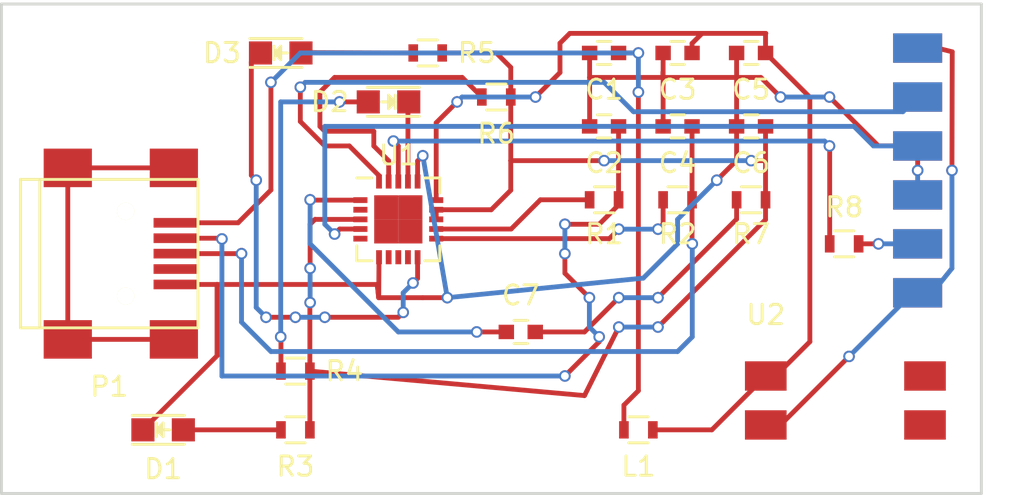
<source format=kicad_pcb>
(kicad_pcb (version 4) (host pcbnew 4.0.0-rc1-stable)

  (general
    (links 48)
    (no_connects 0)
    (area 137.846999 74.23557 191.083858 101.421001)
    (thickness 1.6)
    (drawings 4)
    (tracks 256)
    (zones 0)
    (modules 23)
    (nets 34)
  )

  (page A4)
  (layers
    (0 F.Cu signal)
    (31 B.Cu signal)
    (32 B.Adhes user)
    (33 F.Adhes user)
    (34 B.Paste user)
    (35 F.Paste user)
    (36 B.SilkS user)
    (37 F.SilkS user)
    (38 B.Mask user)
    (39 F.Mask user)
    (40 Dwgs.User user)
    (41 Cmts.User user)
    (42 Eco1.User user)
    (43 Eco2.User user)
    (44 Edge.Cuts user)
    (45 Margin user)
    (46 B.CrtYd user)
    (47 F.CrtYd user)
    (48 B.Fab user)
    (49 F.Fab user)
  )

  (setup
    (last_trace_width 0.25)
    (trace_clearance 0.2)
    (zone_clearance 0.508)
    (zone_45_only no)
    (trace_min 0.2)
    (segment_width 0.2)
    (edge_width 0.15)
    (via_size 0.6)
    (via_drill 0.4)
    (via_min_size 0.4)
    (via_min_drill 0.3)
    (uvia_size 0.3)
    (uvia_drill 0.1)
    (uvias_allowed no)
    (uvia_min_size 0.2)
    (uvia_min_drill 0.1)
    (pcb_text_width 0.3)
    (pcb_text_size 1.5 1.5)
    (mod_edge_width 0.15)
    (mod_text_size 1 1)
    (mod_text_width 0.15)
    (pad_size 1.524 1.524)
    (pad_drill 0.762)
    (pad_to_mask_clearance 0.2)
    (aux_axis_origin 0 0)
    (grid_origin 166.37 90.932)
    (visible_elements 7FFEFF7F)
    (pcbplotparams
      (layerselection 0x00030_80000001)
      (usegerberextensions false)
      (excludeedgelayer true)
      (linewidth 0.100000)
      (plotframeref false)
      (viasonmask false)
      (mode 1)
      (useauxorigin false)
      (hpglpennumber 1)
      (hpglpenspeed 20)
      (hpglpendiameter 15)
      (hpglpenoverlay 2)
      (psnegative false)
      (psa4output false)
      (plotreference true)
      (plotvalue true)
      (plotinvisibletext false)
      (padsonsilk false)
      (subtractmaskfromsilk false)
      (outputformat 1)
      (mirror false)
      (drillshape 1)
      (scaleselection 1)
      (outputdirectory ""))
  )

  (net 0 "")
  (net 1 "Net-(C1-Pad1)")
  (net 2 GND)
  (net 3 "Net-(C2-Pad1)")
  (net 4 +5V)
  (net 5 "Net-(C4-Pad1)")
  (net 6 +3V3)
  (net 7 "Net-(C7-Pad1)")
  (net 8 /PROGRAM)
  (net 9 "Net-(D1-Pad2)")
  (net 10 "Net-(D2-Pad2)")
  (net 11 /~RXLED)
  (net 12 "Net-(D3-Pad2)")
  (net 13 /~TXLED)
  (net 14 /POWER_OUT)
  (net 15 "Net-(J1-Pad3)")
  (net 16 "Net-(J1-Pad7)")
  (net 17 "Net-(J1-Pad9)")
  (net 18 "Net-(J1-Pad11)")
  (net 19 "Net-(J1-Pad2)")
  (net 20 /TX)
  (net 21 /RX)
  (net 22 "Net-(J1-Pad10)")
  (net 23 "Net-(P1-Pad4)")
  (net 24 "Net-(P1-Pad6)")
  (net 25 "Net-(R1-Pad1)")
  (net 26 "Net-(R2-Pad1)")
  (net 27 /~SLEEP)
  (net 28 /TXDEN)
  (net 29 "Net-(U1-Pad2)")
  (net 30 "Net-(U1-Pad5)")
  (net 31 "Net-(U1-Pad7)")
  (net 32 "Net-(U1-Pad8)")
  (net 33 "Net-(U1-Pad9)")

  (net_class Default "This is the default net class."
    (clearance 0.2)
    (trace_width 0.25)
    (via_dia 0.6)
    (via_drill 0.4)
    (uvia_dia 0.3)
    (uvia_drill 0.1)
    (add_net +3V3)
    (add_net +5V)
    (add_net /POWER_OUT)
    (add_net /PROGRAM)
    (add_net /RX)
    (add_net /TX)
    (add_net /TXDEN)
    (add_net /~RXLED)
    (add_net /~SLEEP)
    (add_net /~TXLED)
    (add_net GND)
    (add_net "Net-(C1-Pad1)")
    (add_net "Net-(C2-Pad1)")
    (add_net "Net-(C4-Pad1)")
    (add_net "Net-(C7-Pad1)")
    (add_net "Net-(D1-Pad2)")
    (add_net "Net-(D2-Pad2)")
    (add_net "Net-(D3-Pad2)")
    (add_net "Net-(J1-Pad10)")
    (add_net "Net-(J1-Pad11)")
    (add_net "Net-(J1-Pad2)")
    (add_net "Net-(J1-Pad3)")
    (add_net "Net-(J1-Pad7)")
    (add_net "Net-(J1-Pad9)")
    (add_net "Net-(P1-Pad4)")
    (add_net "Net-(P1-Pad6)")
    (add_net "Net-(R1-Pad1)")
    (add_net "Net-(R2-Pad1)")
    (add_net "Net-(U1-Pad2)")
    (add_net "Net-(U1-Pad5)")
    (add_net "Net-(U1-Pad7)")
    (add_net "Net-(U1-Pad8)")
    (add_net "Net-(U1-Pad9)")
  )

  (module Capacitors_SMD:C_0603 (layer F.Cu) (tedit 5415D631) (tstamp 56351657)
    (at 169.164 78.486 180)
    (descr "Capacitor SMD 0603, reflow soldering, AVX (see smccp.pdf)")
    (tags "capacitor 0603")
    (path /5622A96F)
    (attr smd)
    (fp_text reference C1 (at 0 -1.9 180) (layer F.SilkS)
      (effects (font (size 1 1) (thickness 0.15)))
    )
    (fp_text value 10nF (at 0 1.9 180) (layer F.Fab)
      (effects (font (size 1 1) (thickness 0.15)))
    )
    (fp_line (start -1.45 -0.75) (end 1.45 -0.75) (layer F.CrtYd) (width 0.05))
    (fp_line (start -1.45 0.75) (end 1.45 0.75) (layer F.CrtYd) (width 0.05))
    (fp_line (start -1.45 -0.75) (end -1.45 0.75) (layer F.CrtYd) (width 0.05))
    (fp_line (start 1.45 -0.75) (end 1.45 0.75) (layer F.CrtYd) (width 0.05))
    (fp_line (start -0.35 -0.6) (end 0.35 -0.6) (layer F.SilkS) (width 0.15))
    (fp_line (start 0.35 0.6) (end -0.35 0.6) (layer F.SilkS) (width 0.15))
    (pad 1 smd rect (at -0.75 0 180) (size 0.8 0.75) (layers F.Cu F.Paste F.Mask)
      (net 1 "Net-(C1-Pad1)"))
    (pad 2 smd rect (at 0.75 0 180) (size 0.8 0.75) (layers F.Cu F.Paste F.Mask)
      (net 2 GND))
    (model Capacitors_SMD.3dshapes/C_0603.wrl
      (at (xyz 0 0 0))
      (scale (xyz 1 1 1))
      (rotate (xyz 0 0 0))
    )
  )

  (module Capacitors_SMD:C_0603 (layer F.Cu) (tedit 5415D631) (tstamp 56351663)
    (at 169.164 82.296 180)
    (descr "Capacitor SMD 0603, reflow soldering, AVX (see smccp.pdf)")
    (tags "capacitor 0603")
    (path /5622A900)
    (attr smd)
    (fp_text reference C2 (at 0 -1.9 180) (layer F.SilkS)
      (effects (font (size 1 1) (thickness 0.15)))
    )
    (fp_text value 47pF (at 0 1.9 180) (layer F.Fab)
      (effects (font (size 1 1) (thickness 0.15)))
    )
    (fp_line (start -1.45 -0.75) (end 1.45 -0.75) (layer F.CrtYd) (width 0.05))
    (fp_line (start -1.45 0.75) (end 1.45 0.75) (layer F.CrtYd) (width 0.05))
    (fp_line (start -1.45 -0.75) (end -1.45 0.75) (layer F.CrtYd) (width 0.05))
    (fp_line (start 1.45 -0.75) (end 1.45 0.75) (layer F.CrtYd) (width 0.05))
    (fp_line (start -0.35 -0.6) (end 0.35 -0.6) (layer F.SilkS) (width 0.15))
    (fp_line (start 0.35 0.6) (end -0.35 0.6) (layer F.SilkS) (width 0.15))
    (pad 1 smd rect (at -0.75 0 180) (size 0.8 0.75) (layers F.Cu F.Paste F.Mask)
      (net 3 "Net-(C2-Pad1)"))
    (pad 2 smd rect (at 0.75 0 180) (size 0.8 0.75) (layers F.Cu F.Paste F.Mask)
      (net 2 GND))
    (model Capacitors_SMD.3dshapes/C_0603.wrl
      (at (xyz 0 0 0))
      (scale (xyz 1 1 1))
      (rotate (xyz 0 0 0))
    )
  )

  (module Capacitors_SMD:C_0603 (layer F.Cu) (tedit 5415D631) (tstamp 5635166F)
    (at 172.974 78.486 180)
    (descr "Capacitor SMD 0603, reflow soldering, AVX (see smccp.pdf)")
    (tags "capacitor 0603")
    (path /5622A9AE)
    (attr smd)
    (fp_text reference C3 (at 0 -1.9 180) (layer F.SilkS)
      (effects (font (size 1 1) (thickness 0.15)))
    )
    (fp_text value 4.7uF (at 0 1.9 180) (layer F.Fab)
      (effects (font (size 1 1) (thickness 0.15)))
    )
    (fp_line (start -1.45 -0.75) (end 1.45 -0.75) (layer F.CrtYd) (width 0.05))
    (fp_line (start -1.45 0.75) (end 1.45 0.75) (layer F.CrtYd) (width 0.05))
    (fp_line (start -1.45 -0.75) (end -1.45 0.75) (layer F.CrtYd) (width 0.05))
    (fp_line (start 1.45 -0.75) (end 1.45 0.75) (layer F.CrtYd) (width 0.05))
    (fp_line (start -0.35 -0.6) (end 0.35 -0.6) (layer F.SilkS) (width 0.15))
    (fp_line (start 0.35 0.6) (end -0.35 0.6) (layer F.SilkS) (width 0.15))
    (pad 1 smd rect (at -0.75 0 180) (size 0.8 0.75) (layers F.Cu F.Paste F.Mask)
      (net 4 +5V))
    (pad 2 smd rect (at 0.75 0 180) (size 0.8 0.75) (layers F.Cu F.Paste F.Mask)
      (net 2 GND))
    (model Capacitors_SMD.3dshapes/C_0603.wrl
      (at (xyz 0 0 0))
      (scale (xyz 1 1 1))
      (rotate (xyz 0 0 0))
    )
  )

  (module Capacitors_SMD:C_0603 (layer F.Cu) (tedit 5415D631) (tstamp 5635167B)
    (at 172.974 82.296 180)
    (descr "Capacitor SMD 0603, reflow soldering, AVX (see smccp.pdf)")
    (tags "capacitor 0603")
    (path /5622A8B7)
    (attr smd)
    (fp_text reference C4 (at 0 -1.9 180) (layer F.SilkS)
      (effects (font (size 1 1) (thickness 0.15)))
    )
    (fp_text value 47pF (at 0 1.9 180) (layer F.Fab)
      (effects (font (size 1 1) (thickness 0.15)))
    )
    (fp_line (start -1.45 -0.75) (end 1.45 -0.75) (layer F.CrtYd) (width 0.05))
    (fp_line (start -1.45 0.75) (end 1.45 0.75) (layer F.CrtYd) (width 0.05))
    (fp_line (start -1.45 -0.75) (end -1.45 0.75) (layer F.CrtYd) (width 0.05))
    (fp_line (start 1.45 -0.75) (end 1.45 0.75) (layer F.CrtYd) (width 0.05))
    (fp_line (start -0.35 -0.6) (end 0.35 -0.6) (layer F.SilkS) (width 0.15))
    (fp_line (start 0.35 0.6) (end -0.35 0.6) (layer F.SilkS) (width 0.15))
    (pad 1 smd rect (at -0.75 0 180) (size 0.8 0.75) (layers F.Cu F.Paste F.Mask)
      (net 5 "Net-(C4-Pad1)"))
    (pad 2 smd rect (at 0.75 0 180) (size 0.8 0.75) (layers F.Cu F.Paste F.Mask)
      (net 2 GND))
    (model Capacitors_SMD.3dshapes/C_0603.wrl
      (at (xyz 0 0 0))
      (scale (xyz 1 1 1))
      (rotate (xyz 0 0 0))
    )
  )

  (module Capacitors_SMD:C_0603 (layer F.Cu) (tedit 5415D631) (tstamp 56351687)
    (at 176.784 78.486 180)
    (descr "Capacitor SMD 0603, reflow soldering, AVX (see smccp.pdf)")
    (tags "capacitor 0603")
    (path /5622A923)
    (attr smd)
    (fp_text reference C5 (at 0 -1.9 180) (layer F.SilkS)
      (effects (font (size 1 1) (thickness 0.15)))
    )
    (fp_text value 0.1uF (at 0 1.9 180) (layer F.Fab)
      (effects (font (size 1 1) (thickness 0.15)))
    )
    (fp_line (start -1.45 -0.75) (end 1.45 -0.75) (layer F.CrtYd) (width 0.05))
    (fp_line (start -1.45 0.75) (end 1.45 0.75) (layer F.CrtYd) (width 0.05))
    (fp_line (start -1.45 -0.75) (end -1.45 0.75) (layer F.CrtYd) (width 0.05))
    (fp_line (start 1.45 -0.75) (end 1.45 0.75) (layer F.CrtYd) (width 0.05))
    (fp_line (start -0.35 -0.6) (end 0.35 -0.6) (layer F.SilkS) (width 0.15))
    (fp_line (start 0.35 0.6) (end -0.35 0.6) (layer F.SilkS) (width 0.15))
    (pad 1 smd rect (at -0.75 0 180) (size 0.8 0.75) (layers F.Cu F.Paste F.Mask)
      (net 4 +5V))
    (pad 2 smd rect (at 0.75 0 180) (size 0.8 0.75) (layers F.Cu F.Paste F.Mask)
      (net 2 GND))
    (model Capacitors_SMD.3dshapes/C_0603.wrl
      (at (xyz 0 0 0))
      (scale (xyz 1 1 1))
      (rotate (xyz 0 0 0))
    )
  )

  (module Capacitors_SMD:C_0603 (layer F.Cu) (tedit 5415D631) (tstamp 56351693)
    (at 176.784 82.296 180)
    (descr "Capacitor SMD 0603, reflow soldering, AVX (see smccp.pdf)")
    (tags "capacitor 0603")
    (path /5622A948)
    (attr smd)
    (fp_text reference C6 (at 0 -1.9 180) (layer F.SilkS)
      (effects (font (size 1 1) (thickness 0.15)))
    )
    (fp_text value 0.1uF (at 0 1.9 180) (layer F.Fab)
      (effects (font (size 1 1) (thickness 0.15)))
    )
    (fp_line (start -1.45 -0.75) (end 1.45 -0.75) (layer F.CrtYd) (width 0.05))
    (fp_line (start -1.45 0.75) (end 1.45 0.75) (layer F.CrtYd) (width 0.05))
    (fp_line (start -1.45 -0.75) (end -1.45 0.75) (layer F.CrtYd) (width 0.05))
    (fp_line (start 1.45 -0.75) (end 1.45 0.75) (layer F.CrtYd) (width 0.05))
    (fp_line (start -0.35 -0.6) (end 0.35 -0.6) (layer F.SilkS) (width 0.15))
    (fp_line (start 0.35 0.6) (end -0.35 0.6) (layer F.SilkS) (width 0.15))
    (pad 1 smd rect (at -0.75 0 180) (size 0.8 0.75) (layers F.Cu F.Paste F.Mask)
      (net 6 +3V3))
    (pad 2 smd rect (at 0.75 0 180) (size 0.8 0.75) (layers F.Cu F.Paste F.Mask)
      (net 2 GND))
    (model Capacitors_SMD.3dshapes/C_0603.wrl
      (at (xyz 0 0 0))
      (scale (xyz 1 1 1))
      (rotate (xyz 0 0 0))
    )
  )

  (module Capacitors_SMD:C_0603 (layer F.Cu) (tedit 5415D631) (tstamp 5635169F)
    (at 164.846 92.964)
    (descr "Capacitor SMD 0603, reflow soldering, AVX (see smccp.pdf)")
    (tags "capacitor 0603")
    (path /5622A9EB)
    (attr smd)
    (fp_text reference C7 (at 0 -1.9) (layer F.SilkS)
      (effects (font (size 1 1) (thickness 0.15)))
    )
    (fp_text value 0.1uF (at 0 1.9) (layer F.Fab)
      (effects (font (size 1 1) (thickness 0.15)))
    )
    (fp_line (start -1.45 -0.75) (end 1.45 -0.75) (layer F.CrtYd) (width 0.05))
    (fp_line (start -1.45 0.75) (end 1.45 0.75) (layer F.CrtYd) (width 0.05))
    (fp_line (start -1.45 -0.75) (end -1.45 0.75) (layer F.CrtYd) (width 0.05))
    (fp_line (start 1.45 -0.75) (end 1.45 0.75) (layer F.CrtYd) (width 0.05))
    (fp_line (start -0.35 -0.6) (end 0.35 -0.6) (layer F.SilkS) (width 0.15))
    (fp_line (start 0.35 0.6) (end -0.35 0.6) (layer F.SilkS) (width 0.15))
    (pad 1 smd rect (at -0.75 0) (size 0.8 0.75) (layers F.Cu F.Paste F.Mask)
      (net 7 "Net-(C7-Pad1)"))
    (pad 2 smd rect (at 0.75 0) (size 0.8 0.75) (layers F.Cu F.Paste F.Mask)
      (net 8 /PROGRAM))
    (model Capacitors_SMD.3dshapes/C_0603.wrl
      (at (xyz 0 0 0))
      (scale (xyz 1 1 1))
      (rotate (xyz 0 0 0))
    )
  )

  (module LEDs:LED-0805 (layer F.Cu) (tedit 55BDE1C2) (tstamp 563516B2)
    (at 146.304 98.044)
    (descr "LED 0805 smd package")
    (tags "LED 0805 SMD")
    (path /5622AF98)
    (attr smd)
    (fp_text reference D1 (at 0 2.032) (layer F.SilkS)
      (effects (font (size 1 1) (thickness 0.15)))
    )
    (fp_text value POW (at 0 1.75) (layer F.Fab)
      (effects (font (size 1 1) (thickness 0.15)))
    )
    (fp_line (start -1.6 0.75) (end 1.1 0.75) (layer F.SilkS) (width 0.15))
    (fp_line (start -1.6 -0.75) (end 1.1 -0.75) (layer F.SilkS) (width 0.15))
    (fp_line (start -0.1 0.15) (end -0.1 -0.1) (layer F.SilkS) (width 0.15))
    (fp_line (start -0.1 -0.1) (end -0.25 0.05) (layer F.SilkS) (width 0.15))
    (fp_line (start -0.35 -0.35) (end -0.35 0.35) (layer F.SilkS) (width 0.15))
    (fp_line (start 0 0) (end 0.35 0) (layer F.SilkS) (width 0.15))
    (fp_line (start -0.35 0) (end 0 -0.35) (layer F.SilkS) (width 0.15))
    (fp_line (start 0 -0.35) (end 0 0.35) (layer F.SilkS) (width 0.15))
    (fp_line (start 0 0.35) (end -0.35 0) (layer F.SilkS) (width 0.15))
    (fp_line (start 1.9 -0.95) (end 1.9 0.95) (layer F.CrtYd) (width 0.05))
    (fp_line (start 1.9 0.95) (end -1.9 0.95) (layer F.CrtYd) (width 0.05))
    (fp_line (start -1.9 0.95) (end -1.9 -0.95) (layer F.CrtYd) (width 0.05))
    (fp_line (start -1.9 -0.95) (end 1.9 -0.95) (layer F.CrtYd) (width 0.05))
    (pad 2 smd rect (at 1.04902 0 180) (size 1.19888 1.19888) (layers F.Cu F.Paste F.Mask)
      (net 9 "Net-(D1-Pad2)"))
    (pad 1 smd rect (at -1.04902 0 180) (size 1.19888 1.19888) (layers F.Cu F.Paste F.Mask)
      (net 2 GND))
    (model LEDs.3dshapes/LED-0805.wrl
      (at (xyz 0 0 0))
      (scale (xyz 1 1 1))
      (rotate (xyz 0 0 0))
    )
  )

  (module LEDs:LED-0805 (layer F.Cu) (tedit 55BDE1C2) (tstamp 563516C5)
    (at 157.988 81.026 180)
    (descr "LED 0805 smd package")
    (tags "LED 0805 SMD")
    (path /5622AFEB)
    (attr smd)
    (fp_text reference D2 (at 3.048 0 180) (layer F.SilkS)
      (effects (font (size 1 1) (thickness 0.15)))
    )
    (fp_text value RX (at 0 1.75 180) (layer F.Fab)
      (effects (font (size 1 1) (thickness 0.15)))
    )
    (fp_line (start -1.6 0.75) (end 1.1 0.75) (layer F.SilkS) (width 0.15))
    (fp_line (start -1.6 -0.75) (end 1.1 -0.75) (layer F.SilkS) (width 0.15))
    (fp_line (start -0.1 0.15) (end -0.1 -0.1) (layer F.SilkS) (width 0.15))
    (fp_line (start -0.1 -0.1) (end -0.25 0.05) (layer F.SilkS) (width 0.15))
    (fp_line (start -0.35 -0.35) (end -0.35 0.35) (layer F.SilkS) (width 0.15))
    (fp_line (start 0 0) (end 0.35 0) (layer F.SilkS) (width 0.15))
    (fp_line (start -0.35 0) (end 0 -0.35) (layer F.SilkS) (width 0.15))
    (fp_line (start 0 -0.35) (end 0 0.35) (layer F.SilkS) (width 0.15))
    (fp_line (start 0 0.35) (end -0.35 0) (layer F.SilkS) (width 0.15))
    (fp_line (start 1.9 -0.95) (end 1.9 0.95) (layer F.CrtYd) (width 0.05))
    (fp_line (start 1.9 0.95) (end -1.9 0.95) (layer F.CrtYd) (width 0.05))
    (fp_line (start -1.9 0.95) (end -1.9 -0.95) (layer F.CrtYd) (width 0.05))
    (fp_line (start -1.9 -0.95) (end 1.9 -0.95) (layer F.CrtYd) (width 0.05))
    (pad 2 smd rect (at 1.04902 0) (size 1.19888 1.19888) (layers F.Cu F.Paste F.Mask)
      (net 10 "Net-(D2-Pad2)"))
    (pad 1 smd rect (at -1.04902 0) (size 1.19888 1.19888) (layers F.Cu F.Paste F.Mask)
      (net 11 /~RXLED))
    (model LEDs.3dshapes/LED-0805.wrl
      (at (xyz 0 0 0))
      (scale (xyz 1 1 1))
      (rotate (xyz 0 0 0))
    )
  )

  (module LEDs:LED-0805 (layer F.Cu) (tedit 55BDE1C2) (tstamp 563516D8)
    (at 152.4 78.486)
    (descr "LED 0805 smd package")
    (tags "LED 0805 SMD")
    (path /5622B06E)
    (attr smd)
    (fp_text reference D3 (at -3.048 0) (layer F.SilkS)
      (effects (font (size 1 1) (thickness 0.15)))
    )
    (fp_text value TX (at 0 1.75) (layer F.Fab)
      (effects (font (size 1 1) (thickness 0.15)))
    )
    (fp_line (start -1.6 0.75) (end 1.1 0.75) (layer F.SilkS) (width 0.15))
    (fp_line (start -1.6 -0.75) (end 1.1 -0.75) (layer F.SilkS) (width 0.15))
    (fp_line (start -0.1 0.15) (end -0.1 -0.1) (layer F.SilkS) (width 0.15))
    (fp_line (start -0.1 -0.1) (end -0.25 0.05) (layer F.SilkS) (width 0.15))
    (fp_line (start -0.35 -0.35) (end -0.35 0.35) (layer F.SilkS) (width 0.15))
    (fp_line (start 0 0) (end 0.35 0) (layer F.SilkS) (width 0.15))
    (fp_line (start -0.35 0) (end 0 -0.35) (layer F.SilkS) (width 0.15))
    (fp_line (start 0 -0.35) (end 0 0.35) (layer F.SilkS) (width 0.15))
    (fp_line (start 0 0.35) (end -0.35 0) (layer F.SilkS) (width 0.15))
    (fp_line (start 1.9 -0.95) (end 1.9 0.95) (layer F.CrtYd) (width 0.05))
    (fp_line (start 1.9 0.95) (end -1.9 0.95) (layer F.CrtYd) (width 0.05))
    (fp_line (start -1.9 0.95) (end -1.9 -0.95) (layer F.CrtYd) (width 0.05))
    (fp_line (start -1.9 -0.95) (end 1.9 -0.95) (layer F.CrtYd) (width 0.05))
    (pad 2 smd rect (at 1.04902 0 180) (size 1.19888 1.19888) (layers F.Cu F.Paste F.Mask)
      (net 12 "Net-(D3-Pad2)"))
    (pad 1 smd rect (at -1.04902 0 180) (size 1.19888 1.19888) (layers F.Cu F.Paste F.Mask)
      (net 13 /~TXLED))
    (model LEDs.3dshapes/LED-0805.wrl
      (at (xyz 0 0 0))
      (scale (xyz 1 1 1))
      (rotate (xyz 0 0 0))
    )
  )

  (module open_robotics:modular8_rev3_edge (layer F.Cu) (tedit 560B6D0D) (tstamp 563516E8)
    (at 185.42 83.312 270)
    (path /5629AC49)
    (fp_text reference J1 (at -3.81 -3.81 270) (layer F.SilkS) hide
      (effects (font (size 1 1) (thickness 0.15)))
    )
    (fp_text value modular8_rev3_comms_out (at 1.27 -2.54 270) (layer F.Fab) hide
      (effects (font (size 1 1) (thickness 0.15)))
    )
    (pad 1 smd rect (at -5.08 0 270) (size 1.524 2.54) (layers F.Cu F.Paste F.Mask)
      (net 14 /POWER_OUT))
    (pad 3 smd rect (at -2.54 0 270) (size 1.524 2.54) (layers F.Cu F.Paste F.Mask)
      (net 15 "Net-(J1-Pad3)"))
    (pad 5 smd rect (at 0 0 270) (size 1.524 2.54) (layers F.Cu F.Paste F.Mask)
      (net 2 GND))
    (pad 7 smd rect (at 2.54 0 270) (size 1.524 2.54) (layers F.Cu F.Paste F.Mask)
      (net 16 "Net-(J1-Pad7)"))
    (pad 9 smd rect (at 5.08 0 270) (size 1.524 2.54) (layers F.Cu F.Paste F.Mask)
      (net 17 "Net-(J1-Pad9)"))
    (pad 11 smd rect (at 7.62 0 270) (size 1.524 2.54) (layers F.Cu F.Paste F.Mask)
      (net 18 "Net-(J1-Pad11)"))
    (pad 2 smd rect (at -5.08 0 270) (size 1.524 2.54) (layers B.Cu F.Paste F.Mask)
      (net 19 "Net-(J1-Pad2)"))
    (pad 4 smd rect (at -2.54 0 270) (size 1.524 2.54) (layers B.Cu F.Paste F.Mask)
      (net 20 /TX))
    (pad 6 smd rect (at 0 0 270) (size 1.524 2.54) (layers B.Cu F.Paste F.Mask)
      (net 21 /RX))
    (pad 8 smd rect (at 2.54 0 270) (size 1.524 2.54) (layers B.Cu F.Paste F.Mask)
      (net 2 GND))
    (pad 10 smd rect (at 5.08 0 270) (size 1.524 2.54) (layers B.Cu F.Paste F.Mask)
      (net 22 "Net-(J1-Pad10)"))
    (pad 12 smd rect (at 7.62 0 270) (size 1.524 2.54) (layers B.Cu F.Paste F.Mask)
      (net 14 /POWER_OUT))
  )

  (module Resistors_SMD:R_0603 (layer F.Cu) (tedit 5415CC62) (tstamp 563516F4)
    (at 170.942 98.044 180)
    (descr "Resistor SMD 0603, reflow soldering, Vishay (see dcrcw.pdf)")
    (tags "resistor 0603")
    (path /5622AEDE)
    (attr smd)
    (fp_text reference L1 (at 0 -1.9 180) (layer F.SilkS)
      (effects (font (size 1 1) (thickness 0.15)))
    )
    (fp_text value "FERRITE BEAD" (at 0 1.9 180) (layer F.Fab)
      (effects (font (size 1 1) (thickness 0.15)))
    )
    (fp_line (start -1.3 -0.8) (end 1.3 -0.8) (layer F.CrtYd) (width 0.05))
    (fp_line (start -1.3 0.8) (end 1.3 0.8) (layer F.CrtYd) (width 0.05))
    (fp_line (start -1.3 -0.8) (end -1.3 0.8) (layer F.CrtYd) (width 0.05))
    (fp_line (start 1.3 -0.8) (end 1.3 0.8) (layer F.CrtYd) (width 0.05))
    (fp_line (start 0.5 0.675) (end -0.5 0.675) (layer F.SilkS) (width 0.15))
    (fp_line (start -0.5 -0.675) (end 0.5 -0.675) (layer F.SilkS) (width 0.15))
    (pad 1 smd rect (at -0.75 0 180) (size 0.5 0.9) (layers F.Cu F.Paste F.Mask)
      (net 4 +5V))
    (pad 2 smd rect (at 0.75 0 180) (size 0.5 0.9) (layers F.Cu F.Paste F.Mask)
      (net 1 "Net-(C1-Pad1)"))
    (model Resistors_SMD.3dshapes/R_0603.wrl
      (at (xyz 0 0 0))
      (scale (xyz 1 1 1))
      (rotate (xyz 0 0 0))
    )
  )

  (module Connect:USB_Mini-B (layer F.Cu) (tedit 5543E571) (tstamp 5635170C)
    (at 143.51 88.9)
    (descr "USB Mini-B 5-pin SMD connector")
    (tags "USB USB_B USB_Mini connector")
    (path /5622A78F)
    (attr smd)
    (fp_text reference P1 (at 0 6.90118) (layer F.SilkS)
      (effects (font (size 1 1) (thickness 0.15)))
    )
    (fp_text value USB_OTG (at 0 -7.0993) (layer F.Fab)
      (effects (font (size 1 1) (thickness 0.15)))
    )
    (fp_line (start -4.85 -5.7) (end 4.85 -5.7) (layer F.CrtYd) (width 0.05))
    (fp_line (start 4.85 -5.7) (end 4.85 5.7) (layer F.CrtYd) (width 0.05))
    (fp_line (start 4.85 5.7) (end -4.85 5.7) (layer F.CrtYd) (width 0.05))
    (fp_line (start -4.85 5.7) (end -4.85 -5.7) (layer F.CrtYd) (width 0.05))
    (fp_line (start -3.59918 -3.85064) (end -3.59918 3.85064) (layer F.SilkS) (width 0.15))
    (fp_line (start -4.59994 -3.85064) (end -4.59994 3.85064) (layer F.SilkS) (width 0.15))
    (fp_line (start -4.59994 3.85064) (end 4.59994 3.85064) (layer F.SilkS) (width 0.15))
    (fp_line (start 4.59994 3.85064) (end 4.59994 -3.85064) (layer F.SilkS) (width 0.15))
    (fp_line (start 4.59994 -3.85064) (end -4.59994 -3.85064) (layer F.SilkS) (width 0.15))
    (pad 1 smd rect (at 3.44932 -1.6002) (size 2.30124 0.50038) (layers F.Cu F.Paste F.Mask)
      (net 1 "Net-(C1-Pad1)"))
    (pad 2 smd rect (at 3.44932 -0.8001) (size 2.30124 0.50038) (layers F.Cu F.Paste F.Mask)
      (net 3 "Net-(C2-Pad1)"))
    (pad 3 smd rect (at 3.44932 0) (size 2.30124 0.50038) (layers F.Cu F.Paste F.Mask)
      (net 5 "Net-(C4-Pad1)"))
    (pad 4 smd rect (at 3.44932 0.8001) (size 2.30124 0.50038) (layers F.Cu F.Paste F.Mask)
      (net 23 "Net-(P1-Pad4)"))
    (pad 5 smd rect (at 3.44932 1.6002) (size 2.30124 0.50038) (layers F.Cu F.Paste F.Mask)
      (net 2 GND))
    (pad 6 smd rect (at 3.35026 -4.45008) (size 2.49936 1.99898) (layers F.Cu F.Paste F.Mask)
      (net 24 "Net-(P1-Pad6)"))
    (pad 6 smd rect (at -2.14884 -4.45008) (size 2.49936 1.99898) (layers F.Cu F.Paste F.Mask)
      (net 24 "Net-(P1-Pad6)"))
    (pad 6 smd rect (at 3.35026 4.45008) (size 2.49936 1.99898) (layers F.Cu F.Paste F.Mask)
      (net 24 "Net-(P1-Pad6)"))
    (pad 6 smd rect (at -2.14884 4.45008) (size 2.49936 1.99898) (layers F.Cu F.Paste F.Mask)
      (net 24 "Net-(P1-Pad6)"))
    (pad "" np_thru_hole circle (at 0.8509 -2.19964) (size 0.89916 0.89916) (drill 0.89916) (layers *.Cu *.Mask F.SilkS))
    (pad "" np_thru_hole circle (at 0.8509 2.19964) (size 0.89916 0.89916) (drill 0.89916) (layers *.Cu *.Mask F.SilkS))
  )

  (module Resistors_SMD:R_0603 (layer F.Cu) (tedit 5635161C) (tstamp 56351718)
    (at 169.164 86.106)
    (descr "Resistor SMD 0603, reflow soldering, Vishay (see dcrcw.pdf)")
    (tags "resistor 0603")
    (path /5622A746)
    (attr smd)
    (fp_text reference R1 (at 0 1.778 180) (layer F.SilkS)
      (effects (font (size 1 1) (thickness 0.15)))
    )
    (fp_text value 27 (at 0 1.9) (layer F.Fab)
      (effects (font (size 1 1) (thickness 0.15)))
    )
    (fp_line (start -1.3 -0.8) (end 1.3 -0.8) (layer F.CrtYd) (width 0.05))
    (fp_line (start -1.3 0.8) (end 1.3 0.8) (layer F.CrtYd) (width 0.05))
    (fp_line (start -1.3 -0.8) (end -1.3 0.8) (layer F.CrtYd) (width 0.05))
    (fp_line (start 1.3 -0.8) (end 1.3 0.8) (layer F.CrtYd) (width 0.05))
    (fp_line (start 0.5 0.675) (end -0.5 0.675) (layer F.SilkS) (width 0.15))
    (fp_line (start -0.5 -0.675) (end 0.5 -0.675) (layer F.SilkS) (width 0.15))
    (pad 1 smd rect (at -0.75 0) (size 0.5 0.9) (layers F.Cu F.Paste F.Mask)
      (net 25 "Net-(R1-Pad1)"))
    (pad 2 smd rect (at 0.75 0) (size 0.5 0.9) (layers F.Cu F.Paste F.Mask)
      (net 3 "Net-(C2-Pad1)"))
    (model Resistors_SMD.3dshapes/R_0603.wrl
      (at (xyz 0 0 0))
      (scale (xyz 1 1 1))
      (rotate (xyz 0 0 0))
    )
  )

  (module Resistors_SMD:R_0603 (layer F.Cu) (tedit 5415CC62) (tstamp 56351724)
    (at 172.974 86.106)
    (descr "Resistor SMD 0603, reflow soldering, Vishay (see dcrcw.pdf)")
    (tags "resistor 0603")
    (path /5622A6B9)
    (attr smd)
    (fp_text reference R2 (at 0 1.778) (layer F.SilkS)
      (effects (font (size 1 1) (thickness 0.15)))
    )
    (fp_text value 27 (at 0 1.9) (layer F.Fab)
      (effects (font (size 1 1) (thickness 0.15)))
    )
    (fp_line (start -1.3 -0.8) (end 1.3 -0.8) (layer F.CrtYd) (width 0.05))
    (fp_line (start -1.3 0.8) (end 1.3 0.8) (layer F.CrtYd) (width 0.05))
    (fp_line (start -1.3 -0.8) (end -1.3 0.8) (layer F.CrtYd) (width 0.05))
    (fp_line (start 1.3 -0.8) (end 1.3 0.8) (layer F.CrtYd) (width 0.05))
    (fp_line (start 0.5 0.675) (end -0.5 0.675) (layer F.SilkS) (width 0.15))
    (fp_line (start -0.5 -0.675) (end 0.5 -0.675) (layer F.SilkS) (width 0.15))
    (pad 1 smd rect (at -0.75 0) (size 0.5 0.9) (layers F.Cu F.Paste F.Mask)
      (net 26 "Net-(R2-Pad1)"))
    (pad 2 smd rect (at 0.75 0) (size 0.5 0.9) (layers F.Cu F.Paste F.Mask)
      (net 5 "Net-(C4-Pad1)"))
    (model Resistors_SMD.3dshapes/R_0603.wrl
      (at (xyz 0 0 0))
      (scale (xyz 1 1 1))
      (rotate (xyz 0 0 0))
    )
  )

  (module Resistors_SMD:R_0603 (layer F.Cu) (tedit 5415CC62) (tstamp 56351730)
    (at 153.162 98.044 180)
    (descr "Resistor SMD 0603, reflow soldering, Vishay (see dcrcw.pdf)")
    (tags "resistor 0603")
    (path /5622B3DD)
    (attr smd)
    (fp_text reference R3 (at 0 -1.9 180) (layer F.SilkS)
      (effects (font (size 1 1) (thickness 0.15)))
    )
    (fp_text value 680 (at 0 1.9 180) (layer F.Fab)
      (effects (font (size 1 1) (thickness 0.15)))
    )
    (fp_line (start -1.3 -0.8) (end 1.3 -0.8) (layer F.CrtYd) (width 0.05))
    (fp_line (start -1.3 0.8) (end 1.3 0.8) (layer F.CrtYd) (width 0.05))
    (fp_line (start -1.3 -0.8) (end -1.3 0.8) (layer F.CrtYd) (width 0.05))
    (fp_line (start 1.3 -0.8) (end 1.3 0.8) (layer F.CrtYd) (width 0.05))
    (fp_line (start 0.5 0.675) (end -0.5 0.675) (layer F.SilkS) (width 0.15))
    (fp_line (start -0.5 -0.675) (end 0.5 -0.675) (layer F.SilkS) (width 0.15))
    (pad 1 smd rect (at -0.75 0 180) (size 0.5 0.9) (layers F.Cu F.Paste F.Mask)
      (net 6 +3V3))
    (pad 2 smd rect (at 0.75 0 180) (size 0.5 0.9) (layers F.Cu F.Paste F.Mask)
      (net 9 "Net-(D1-Pad2)"))
    (model Resistors_SMD.3dshapes/R_0603.wrl
      (at (xyz 0 0 0))
      (scale (xyz 1 1 1))
      (rotate (xyz 0 0 0))
    )
  )

  (module Resistors_SMD:R_0603 (layer F.Cu) (tedit 5415CC62) (tstamp 5635173C)
    (at 153.162 94.996 180)
    (descr "Resistor SMD 0603, reflow soldering, Vishay (see dcrcw.pdf)")
    (tags "resistor 0603")
    (path /5622B3E3)
    (attr smd)
    (fp_text reference R4 (at -2.54 0 180) (layer F.SilkS)
      (effects (font (size 1 1) (thickness 0.15)))
    )
    (fp_text value 680 (at 0 1.9 180) (layer F.Fab)
      (effects (font (size 1 1) (thickness 0.15)))
    )
    (fp_line (start -1.3 -0.8) (end 1.3 -0.8) (layer F.CrtYd) (width 0.05))
    (fp_line (start -1.3 0.8) (end 1.3 0.8) (layer F.CrtYd) (width 0.05))
    (fp_line (start -1.3 -0.8) (end -1.3 0.8) (layer F.CrtYd) (width 0.05))
    (fp_line (start 1.3 -0.8) (end 1.3 0.8) (layer F.CrtYd) (width 0.05))
    (fp_line (start 0.5 0.675) (end -0.5 0.675) (layer F.SilkS) (width 0.15))
    (fp_line (start -0.5 -0.675) (end 0.5 -0.675) (layer F.SilkS) (width 0.15))
    (pad 1 smd rect (at -0.75 0 180) (size 0.5 0.9) (layers F.Cu F.Paste F.Mask)
      (net 6 +3V3))
    (pad 2 smd rect (at 0.75 0 180) (size 0.5 0.9) (layers F.Cu F.Paste F.Mask)
      (net 10 "Net-(D2-Pad2)"))
    (model Resistors_SMD.3dshapes/R_0603.wrl
      (at (xyz 0 0 0))
      (scale (xyz 1 1 1))
      (rotate (xyz 0 0 0))
    )
  )

  (module Resistors_SMD:R_0603 (layer F.Cu) (tedit 5415CC62) (tstamp 56351748)
    (at 160.02 78.486 180)
    (descr "Resistor SMD 0603, reflow soldering, Vishay (see dcrcw.pdf)")
    (tags "resistor 0603")
    (path /5622B2D3)
    (attr smd)
    (fp_text reference R5 (at -2.54 0 180) (layer F.SilkS)
      (effects (font (size 1 1) (thickness 0.15)))
    )
    (fp_text value 680 (at 0 1.9 180) (layer F.Fab)
      (effects (font (size 1 1) (thickness 0.15)))
    )
    (fp_line (start -1.3 -0.8) (end 1.3 -0.8) (layer F.CrtYd) (width 0.05))
    (fp_line (start -1.3 0.8) (end 1.3 0.8) (layer F.CrtYd) (width 0.05))
    (fp_line (start -1.3 -0.8) (end -1.3 0.8) (layer F.CrtYd) (width 0.05))
    (fp_line (start 1.3 -0.8) (end 1.3 0.8) (layer F.CrtYd) (width 0.05))
    (fp_line (start 0.5 0.675) (end -0.5 0.675) (layer F.SilkS) (width 0.15))
    (fp_line (start -0.5 -0.675) (end 0.5 -0.675) (layer F.SilkS) (width 0.15))
    (pad 1 smd rect (at -0.75 0 180) (size 0.5 0.9) (layers F.Cu F.Paste F.Mask)
      (net 6 +3V3))
    (pad 2 smd rect (at 0.75 0 180) (size 0.5 0.9) (layers F.Cu F.Paste F.Mask)
      (net 12 "Net-(D3-Pad2)"))
    (model Resistors_SMD.3dshapes/R_0603.wrl
      (at (xyz 0 0 0))
      (scale (xyz 1 1 1))
      (rotate (xyz 0 0 0))
    )
  )

  (module Resistors_SMD:R_0603 (layer F.Cu) (tedit 5415CC62) (tstamp 56351754)
    (at 163.576 80.772 180)
    (descr "Resistor SMD 0603, reflow soldering, Vishay (see dcrcw.pdf)")
    (tags "resistor 0603")
    (path /5622B2D9)
    (attr smd)
    (fp_text reference R6 (at 0 -1.9 180) (layer F.SilkS)
      (effects (font (size 1 1) (thickness 0.15)))
    )
    (fp_text value 10k (at 0 1.9 180) (layer F.Fab)
      (effects (font (size 1 1) (thickness 0.15)))
    )
    (fp_line (start -1.3 -0.8) (end 1.3 -0.8) (layer F.CrtYd) (width 0.05))
    (fp_line (start -1.3 0.8) (end 1.3 0.8) (layer F.CrtYd) (width 0.05))
    (fp_line (start -1.3 -0.8) (end -1.3 0.8) (layer F.CrtYd) (width 0.05))
    (fp_line (start 1.3 -0.8) (end 1.3 0.8) (layer F.CrtYd) (width 0.05))
    (fp_line (start 0.5 0.675) (end -0.5 0.675) (layer F.SilkS) (width 0.15))
    (fp_line (start -0.5 -0.675) (end 0.5 -0.675) (layer F.SilkS) (width 0.15))
    (pad 1 smd rect (at -0.75 0 180) (size 0.5 0.9) (layers F.Cu F.Paste F.Mask)
      (net 6 +3V3))
    (pad 2 smd rect (at 0.75 0 180) (size 0.5 0.9) (layers F.Cu F.Paste F.Mask)
      (net 27 /~SLEEP))
    (model Resistors_SMD.3dshapes/R_0603.wrl
      (at (xyz 0 0 0))
      (scale (xyz 1 1 1))
      (rotate (xyz 0 0 0))
    )
  )

  (module Resistors_SMD:R_0603 (layer F.Cu) (tedit 5415CC62) (tstamp 56351760)
    (at 176.784 86.106)
    (descr "Resistor SMD 0603, reflow soldering, Vishay (see dcrcw.pdf)")
    (tags "resistor 0603")
    (path /56235B1B)
    (attr smd)
    (fp_text reference R7 (at 0 1.778) (layer F.SilkS)
      (effects (font (size 1 1) (thickness 0.15)))
    )
    (fp_text value 10k (at 0 1.9) (layer F.Fab)
      (effects (font (size 1 1) (thickness 0.15)))
    )
    (fp_line (start -1.3 -0.8) (end 1.3 -0.8) (layer F.CrtYd) (width 0.05))
    (fp_line (start -1.3 0.8) (end 1.3 0.8) (layer F.CrtYd) (width 0.05))
    (fp_line (start -1.3 -0.8) (end -1.3 0.8) (layer F.CrtYd) (width 0.05))
    (fp_line (start 1.3 -0.8) (end 1.3 0.8) (layer F.CrtYd) (width 0.05))
    (fp_line (start 0.5 0.675) (end -0.5 0.675) (layer F.SilkS) (width 0.15))
    (fp_line (start -0.5 -0.675) (end 0.5 -0.675) (layer F.SilkS) (width 0.15))
    (pad 1 smd rect (at -0.75 0) (size 0.5 0.9) (layers F.Cu F.Paste F.Mask)
      (net 8 /PROGRAM))
    (pad 2 smd rect (at 0.75 0) (size 0.5 0.9) (layers F.Cu F.Paste F.Mask)
      (net 6 +3V3))
    (model Resistors_SMD.3dshapes/R_0603.wrl
      (at (xyz 0 0 0))
      (scale (xyz 1 1 1))
      (rotate (xyz 0 0 0))
    )
  )

  (module Resistors_SMD:R_0603 (layer F.Cu) (tedit 5415CC62) (tstamp 5635176C)
    (at 181.61 88.392)
    (descr "Resistor SMD 0603, reflow soldering, Vishay (see dcrcw.pdf)")
    (tags "resistor 0603")
    (path /5629EF0A)
    (attr smd)
    (fp_text reference R8 (at 0 -1.9) (layer F.SilkS)
      (effects (font (size 1 1) (thickness 0.15)))
    )
    (fp_text value 10k (at 0 1.9) (layer F.Fab)
      (effects (font (size 1 1) (thickness 0.15)))
    )
    (fp_line (start -1.3 -0.8) (end 1.3 -0.8) (layer F.CrtYd) (width 0.05))
    (fp_line (start -1.3 0.8) (end 1.3 0.8) (layer F.CrtYd) (width 0.05))
    (fp_line (start -1.3 -0.8) (end -1.3 0.8) (layer F.CrtYd) (width 0.05))
    (fp_line (start 1.3 -0.8) (end 1.3 0.8) (layer F.CrtYd) (width 0.05))
    (fp_line (start 0.5 0.675) (end -0.5 0.675) (layer F.SilkS) (width 0.15))
    (fp_line (start -0.5 -0.675) (end 0.5 -0.675) (layer F.SilkS) (width 0.15))
    (pad 1 smd rect (at -0.75 0) (size 0.5 0.9) (layers F.Cu F.Paste F.Mask)
      (net 28 /TXDEN))
    (pad 2 smd rect (at 0.75 0) (size 0.5 0.9) (layers F.Cu F.Paste F.Mask)
      (net 22 "Net-(J1-Pad10)"))
    (model Resistors_SMD.3dshapes/R_0603.wrl
      (at (xyz 0 0 0))
      (scale (xyz 1 1 1))
      (rotate (xyz 0 0 0))
    )
  )

  (module Housings_DFN_QFN:QFN-20-1EP_4x4mm_Pitch0.5mm (layer F.Cu) (tedit 54130A77) (tstamp 56351793)
    (at 158.496 87.122)
    (descr "20-Lead Plastic Quad Flat, No Lead Package (ML) - 4x4x0.9 mm Body [QFN]; (see Microchip Packaging Specification 00000049BS.pdf)")
    (tags "QFN 0.5")
    (path /5622A3C5)
    (attr smd)
    (fp_text reference U1 (at 0 -3.33) (layer F.SilkS)
      (effects (font (size 1 1) (thickness 0.15)))
    )
    (fp_text value FT231X (at 0 3.33) (layer F.Fab)
      (effects (font (size 1 1) (thickness 0.15)))
    )
    (fp_line (start -2.6 -2.6) (end -2.6 2.6) (layer F.CrtYd) (width 0.05))
    (fp_line (start 2.6 -2.6) (end 2.6 2.6) (layer F.CrtYd) (width 0.05))
    (fp_line (start -2.6 -2.6) (end 2.6 -2.6) (layer F.CrtYd) (width 0.05))
    (fp_line (start -2.6 2.6) (end 2.6 2.6) (layer F.CrtYd) (width 0.05))
    (fp_line (start 2.15 -2.15) (end 2.15 -1.375) (layer F.SilkS) (width 0.15))
    (fp_line (start -2.15 2.15) (end -2.15 1.375) (layer F.SilkS) (width 0.15))
    (fp_line (start 2.15 2.15) (end 2.15 1.375) (layer F.SilkS) (width 0.15))
    (fp_line (start -2.15 -2.15) (end -1.375 -2.15) (layer F.SilkS) (width 0.15))
    (fp_line (start -2.15 2.15) (end -1.375 2.15) (layer F.SilkS) (width 0.15))
    (fp_line (start 2.15 2.15) (end 1.375 2.15) (layer F.SilkS) (width 0.15))
    (fp_line (start 2.15 -2.15) (end 1.375 -2.15) (layer F.SilkS) (width 0.15))
    (pad 1 smd rect (at -1.965 -1) (size 0.73 0.3) (layers F.Cu F.Paste F.Mask)
      (net 7 "Net-(C7-Pad1)"))
    (pad 2 smd rect (at -1.965 -0.5) (size 0.73 0.3) (layers F.Cu F.Paste F.Mask)
      (net 29 "Net-(U1-Pad2)"))
    (pad 3 smd rect (at -1.965 0) (size 0.73 0.3) (layers F.Cu F.Paste F.Mask)
      (net 6 +3V3))
    (pad 4 smd rect (at -1.965 0.5) (size 0.73 0.3) (layers F.Cu F.Paste F.Mask)
      (net 21 /RX))
    (pad 5 smd rect (at -1.965 1) (size 0.73 0.3) (layers F.Cu F.Paste F.Mask)
      (net 30 "Net-(U1-Pad5)"))
    (pad 6 smd rect (at -1 1.965 90) (size 0.73 0.3) (layers F.Cu F.Paste F.Mask)
      (net 2 GND))
    (pad 7 smd rect (at -0.5 1.965 90) (size 0.73 0.3) (layers F.Cu F.Paste F.Mask)
      (net 31 "Net-(U1-Pad7)"))
    (pad 8 smd rect (at 0 1.965 90) (size 0.73 0.3) (layers F.Cu F.Paste F.Mask)
      (net 32 "Net-(U1-Pad8)"))
    (pad 9 smd rect (at 0.5 1.965 90) (size 0.73 0.3) (layers F.Cu F.Paste F.Mask)
      (net 33 "Net-(U1-Pad9)"))
    (pad 10 smd rect (at 1 1.965 90) (size 0.73 0.3) (layers F.Cu F.Paste F.Mask)
      (net 13 /~TXLED))
    (pad 11 smd rect (at 1.965 1) (size 0.73 0.3) (layers F.Cu F.Paste F.Mask)
      (net 26 "Net-(R2-Pad1)"))
    (pad 12 smd rect (at 1.965 0.5) (size 0.73 0.3) (layers F.Cu F.Paste F.Mask)
      (net 25 "Net-(R1-Pad1)"))
    (pad 13 smd rect (at 1.965 0) (size 0.73 0.3) (layers F.Cu F.Paste F.Mask)
      (net 6 +3V3))
    (pad 14 smd rect (at 1.965 -0.5) (size 0.73 0.3) (layers F.Cu F.Paste F.Mask)
      (net 6 +3V3))
    (pad 15 smd rect (at 1.965 -1) (size 0.73 0.3) (layers F.Cu F.Paste F.Mask)
      (net 4 +5V))
    (pad 16 smd rect (at 1 -1.965 90) (size 0.73 0.3) (layers F.Cu F.Paste F.Mask)
      (net 2 GND))
    (pad 17 smd rect (at 0.5 -1.965 90) (size 0.73 0.3) (layers F.Cu F.Paste F.Mask)
      (net 11 /~RXLED))
    (pad 18 smd rect (at 0 -1.965 90) (size 0.73 0.3) (layers F.Cu F.Paste F.Mask)
      (net 28 /TXDEN))
    (pad 19 smd rect (at -0.5 -1.965 90) (size 0.73 0.3) (layers F.Cu F.Paste F.Mask)
      (net 27 /~SLEEP))
    (pad 20 smd rect (at -1 -1.965 90) (size 0.73 0.3) (layers F.Cu F.Paste F.Mask)
      (net 20 /TX))
    (pad 21 smd rect (at 0.625 0.625) (size 1.25 1.25) (layers F.Cu F.Paste F.Mask)
      (solder_paste_margin_ratio -0.2))
    (pad 21 smd rect (at 0.625 -0.625) (size 1.25 1.25) (layers F.Cu F.Paste F.Mask)
      (solder_paste_margin_ratio -0.2))
    (pad 21 smd rect (at -0.625 0.625) (size 1.25 1.25) (layers F.Cu F.Paste F.Mask)
      (solder_paste_margin_ratio -0.2))
    (pad 21 smd rect (at -0.625 -0.625) (size 1.25 1.25) (layers F.Cu F.Paste F.Mask)
      (solder_paste_margin_ratio -0.2))
    (model Housings_DFN_QFN.3dshapes/QFN-20-1EP_4x4mm_Pitch0.5mm.wrl
      (at (xyz 0 0 0))
      (scale (xyz 1 1 1))
      (rotate (xyz 0 0 0))
    )
  )

  (module open_robotics:DIPSWITCH_SMT_ALCO_2CCT (layer F.Cu) (tedit 5629BD53) (tstamp 5635179F)
    (at 177.546 95.25)
    (path /5629AB3C)
    (fp_text reference U2 (at 0 -3.175) (layer F.SilkS)
      (effects (font (size 1 1) (thickness 0.15)))
    )
    (fp_text value TE_1825058-1 (at 7.62 -4.445) (layer F.Fab)
      (effects (font (size 1 1) (thickness 0.15)))
    )
    (fp_line (start 10.16 -2.54) (end -1.905 -2.54) (layer F.CrtYd) (width 0.15))
    (fp_line (start 10.16 5.08) (end 10.16 -2.54) (layer F.CrtYd) (width 0.15))
    (fp_line (start -1.905 5.08) (end 10.16 5.08) (layer F.CrtYd) (width 0.15))
    (fp_line (start -1.905 -2.54) (end -1.905 5.08) (layer F.CrtYd) (width 0.15))
    (pad 1 smd rect (at 0 0) (size 2.159 1.524) (layers F.Cu F.Paste F.Mask)
      (net 4 +5V))
    (pad 2 smd rect (at 0 2.54) (size 2.159 1.524) (layers F.Cu F.Paste F.Mask)
      (net 14 /POWER_OUT))
    (pad 3 smd rect (at 8.255 2.54) (size 2.159 1.524) (layers F.Cu F.Paste F.Mask))
    (pad 4 smd rect (at 8.255 0) (size 2.159 1.524) (layers F.Cu F.Paste F.Mask))
  )

  (gr_line (start 188.722 101.346) (end 137.922 101.346) (angle 90) (layer Edge.Cuts) (width 0.15))
  (gr_line (start 188.722 75.946) (end 188.722 101.346) (angle 90) (layer Edge.Cuts) (width 0.15))
  (gr_line (start 137.922 75.946) (end 188.722 75.946) (angle 90) (layer Edge.Cuts) (width 0.15))
  (gr_line (start 137.922 101.346) (end 137.922 75.946) (angle 90) (layer Edge.Cuts) (width 0.15))

  (segment (start 146.95932 87.2998) (end 150.1902 87.2998) (width 0.25) (layer F.Cu) (net 1))
  (segment (start 153.416 78.486) (end 170.942 78.486) (width 0.25) (layer B.Cu) (net 1) (tstamp 56352481))
  (segment (start 151.892 80.01) (end 153.416 78.486) (width 0.25) (layer B.Cu) (net 1) (tstamp 56352480))
  (via (at 151.892 80.01) (size 0.6) (drill 0.4) (layers F.Cu B.Cu) (net 1))
  (segment (start 151.892 85.598) (end 151.892 80.01) (width 0.25) (layer F.Cu) (net 1) (tstamp 5635247D))
  (segment (start 150.1902 87.2998) (end 151.892 85.598) (width 0.25) (layer F.Cu) (net 1) (tstamp 5635247B))
  (segment (start 170.192 98.044) (end 170.192 96.762) (width 0.25) (layer F.Cu) (net 1))
  (segment (start 170.942 78.486) (end 169.914 78.486) (width 0.25) (layer F.Cu) (net 1) (tstamp 5635212E))
  (via (at 170.942 78.486) (size 0.6) (drill 0.4) (layers F.Cu B.Cu) (net 1))
  (segment (start 170.942 80.518) (end 170.942 78.486) (width 0.25) (layer B.Cu) (net 1) (tstamp 5635212B))
  (via (at 170.942 80.518) (size 0.6) (drill 0.4) (layers F.Cu B.Cu) (net 1))
  (segment (start 170.942 96.012) (end 170.942 80.518) (width 0.25) (layer F.Cu) (net 1) (tstamp 56352129))
  (segment (start 170.192 96.762) (end 170.942 96.012) (width 0.25) (layer F.Cu) (net 1) (tstamp 56352128))
  (segment (start 176.034 82.296) (end 176.034 84.062) (width 0.25) (layer F.Cu) (net 2))
  (segment (start 171.196 90.17) (end 161.036 91.186) (width 0.25) (layer B.Cu) (net 2) (tstamp 56352497))
  (segment (start 172.974 88.392) (end 171.196 90.17) (width 0.25) (layer B.Cu) (net 2) (tstamp 56352495))
  (segment (start 172.974 87.122) (end 172.974 88.392) (width 0.25) (layer B.Cu) (net 2) (tstamp 56352493))
  (segment (start 175.006 85.09) (end 172.974 87.122) (width 0.25) (layer B.Cu) (net 2) (tstamp 56352492))
  (via (at 175.006 85.09) (size 0.6) (drill 0.4) (layers F.Cu B.Cu) (net 2))
  (segment (start 176.034 84.062) (end 175.006 85.09) (width 0.25) (layer F.Cu) (net 2) (tstamp 5635248F))
  (segment (start 159.496 85.157) (end 159.496 84.09) (width 0.25) (layer F.Cu) (net 2))
  (segment (start 159.496 84.09) (end 159.766 83.82) (width 0.25) (layer F.Cu) (net 2) (tstamp 56352486))
  (via (at 159.766 83.82) (size 0.6) (drill 0.4) (layers F.Cu B.Cu) (net 2))
  (segment (start 159.766 83.82) (end 161.036 91.186) (width 0.25) (layer B.Cu) (net 2) (tstamp 56352488))
  (segment (start 159.766 91.186) (end 157.48 91.186) (width 0.25) (layer F.Cu) (net 2) (tstamp 5635248C))
  (via (at 161.036 91.186) (size 0.6) (drill 0.4) (layers F.Cu B.Cu) (net 2))
  (segment (start 161.036 91.186) (end 159.766 91.186) (width 0.25) (layer F.Cu) (net 2) (tstamp 5635248B))
  (segment (start 157.48 91.186) (end 157.4038 90.5002) (width 0.25) (layer F.Cu) (net 2) (tstamp 5635248D))
  (segment (start 176.022 79.756) (end 177.292 79.756) (width 0.25) (layer F.Cu) (net 2))
  (segment (start 183.388 83.312) (end 185.42 83.312) (width 0.25) (layer F.Cu) (net 2) (tstamp 5635241F))
  (segment (start 180.848 80.772) (end 183.388 83.312) (width 0.25) (layer F.Cu) (net 2) (tstamp 5635241E))
  (via (at 180.848 80.772) (size 0.6) (drill 0.4) (layers F.Cu B.Cu) (net 2))
  (segment (start 178.308 80.772) (end 180.848 80.772) (width 0.25) (layer B.Cu) (net 2) (tstamp 5635241B))
  (via (at 178.308 80.772) (size 0.6) (drill 0.4) (layers F.Cu B.Cu) (net 2))
  (segment (start 177.292 79.756) (end 178.308 80.772) (width 0.25) (layer F.Cu) (net 2) (tstamp 56352418))
  (segment (start 149.098 90.5002) (end 149.098 94.20098) (width 0.25) (layer F.Cu) (net 2))
  (segment (start 149.098 94.20098) (end 145.25498 98.044) (width 0.25) (layer F.Cu) (net 2) (tstamp 563522F5))
  (segment (start 145.25498 98.044) (end 145.542 98.044) (width 0.25) (layer F.Cu) (net 2))
  (segment (start 146.95932 90.5002) (end 149.098 90.5002) (width 0.25) (layer F.Cu) (net 2))
  (segment (start 149.098 90.5002) (end 157.4038 90.5002) (width 0.25) (layer F.Cu) (net 2) (tstamp 563522F3))
  (segment (start 157.48 91.186) (end 157.496 89.087) (width 0.25) (layer F.Cu) (net 2) (tstamp 563521F2))
  (segment (start 157.4038 90.5002) (end 157.48 91.186) (width 0.25) (layer F.Cu) (net 2) (tstamp 563521F1))
  (segment (start 172.212 79.756) (end 176.034 79.756) (width 0.25) (layer F.Cu) (net 2))
  (segment (start 176.034 79.756) (end 176.022 79.756) (width 0.25) (layer F.Cu) (net 2) (tstamp 563520D9))
  (segment (start 176.022 79.756) (end 176.034 79.756) (width 0.25) (layer F.Cu) (net 2) (tstamp 563520DB))
  (segment (start 168.414 79.756) (end 172.212 79.756) (width 0.25) (layer F.Cu) (net 2))
  (segment (start 172.212 79.756) (end 172.224 79.756) (width 0.25) (layer F.Cu) (net 2) (tstamp 563520D7))
  (segment (start 172.212 79.502) (end 172.224 79.502) (width 0.25) (layer F.Cu) (net 2) (tstamp 563520D4))
  (segment (start 172.212 79.744) (end 172.212 79.502) (width 0.25) (layer F.Cu) (net 2) (tstamp 563520D3))
  (segment (start 172.224 79.756) (end 172.212 79.744) (width 0.25) (layer F.Cu) (net 2) (tstamp 563520D2))
  (segment (start 168.414 78.486) (end 168.414 79.756) (width 0.25) (layer F.Cu) (net 2))
  (segment (start 168.414 79.756) (end 168.414 82.296) (width 0.25) (layer F.Cu) (net 2) (tstamp 563520D0))
  (segment (start 172.224 78.486) (end 172.224 79.502) (width 0.25) (layer F.Cu) (net 2))
  (segment (start 172.224 79.502) (end 172.224 82.296) (width 0.25) (layer F.Cu) (net 2) (tstamp 563520D5))
  (segment (start 176.034 78.486) (end 176.034 79.756) (width 0.25) (layer F.Cu) (net 2))
  (segment (start 176.034 79.756) (end 176.034 82.296) (width 0.25) (layer F.Cu) (net 2) (tstamp 563520DC))
  (segment (start 185.42 85.852) (end 185.42 84.582) (width 0.25) (layer B.Cu) (net 2))
  (via (at 185.42 84.582) (size 0.6) (drill 0.4) (layers F.Cu B.Cu) (net 2))
  (segment (start 185.42 84.582) (end 185.42 83.312) (width 0.25) (layer F.Cu) (net 2) (tstamp 5635207D))
  (segment (start 146.95932 88.0999) (end 149.3139 88.0999) (width 0.25) (layer F.Cu) (net 3))
  (segment (start 168.91 87.376) (end 169.914 86.372) (width 0.25) (layer F.Cu) (net 3) (tstamp 5635255C))
  (segment (start 167.132 87.376) (end 168.91 87.376) (width 0.25) (layer F.Cu) (net 3) (tstamp 5635255B))
  (via (at 167.132 87.376) (size 0.6) (drill 0.4) (layers F.Cu B.Cu) (net 3))
  (segment (start 167.132 88.9) (end 167.132 87.376) (width 0.25) (layer B.Cu) (net 3) (tstamp 56352558))
  (via (at 167.132 88.9) (size 0.6) (drill 0.4) (layers F.Cu B.Cu) (net 3))
  (segment (start 167.132 89.916) (end 167.132 88.9) (width 0.25) (layer F.Cu) (net 3) (tstamp 56352552))
  (segment (start 168.402 91.186) (end 167.132 89.916) (width 0.25) (layer F.Cu) (net 3) (tstamp 56352551))
  (via (at 168.402 91.186) (size 0.6) (drill 0.4) (layers F.Cu B.Cu) (net 3))
  (segment (start 168.402 92.71) (end 168.402 91.186) (width 0.25) (layer B.Cu) (net 3) (tstamp 5635254F))
  (segment (start 168.91 93.218) (end 168.402 92.71) (width 0.25) (layer B.Cu) (net 3) (tstamp 5635254E))
  (via (at 168.91 93.218) (size 0.6) (drill 0.4) (layers F.Cu B.Cu) (net 3))
  (segment (start 168.91 93.472) (end 168.91 93.218) (width 0.25) (layer F.Cu) (net 3) (tstamp 5635254C))
  (segment (start 167.132 95.25) (end 168.91 93.472) (width 0.25) (layer F.Cu) (net 3) (tstamp 5635254B))
  (via (at 167.132 95.25) (size 0.6) (drill 0.4) (layers F.Cu B.Cu) (net 3))
  (segment (start 149.352 95.25) (end 167.132 95.25) (width 0.25) (layer B.Cu) (net 3) (tstamp 56352549))
  (segment (start 149.352 95.25) (end 149.352 95.25) (width 0.25) (layer B.Cu) (net 3) (tstamp 56352548))
  (segment (start 149.352 88.138) (end 149.352 95.25) (width 0.25) (layer B.Cu) (net 3) (tstamp 56352547))
  (via (at 149.352 88.138) (size 0.6) (drill 0.4) (layers F.Cu B.Cu) (net 3))
  (segment (start 149.3139 88.0999) (end 149.352 88.138) (width 0.25) (layer F.Cu) (net 3) (tstamp 56352545))
  (segment (start 169.914 86.372) (end 169.914 86.106) (width 0.25) (layer F.Cu) (net 3) (tstamp 5635255D))
  (segment (start 169.914 86.106) (end 169.914 82.296) (width 0.25) (layer F.Cu) (net 3))
  (segment (start 160.461 86.122) (end 160.461 82.109) (width 0.25) (layer F.Cu) (net 4))
  (segment (start 167.386 77.47) (end 174.244 77.47) (width 0.25) (layer F.Cu) (net 4) (tstamp 5635246E))
  (segment (start 166.878 77.978) (end 167.386 77.47) (width 0.25) (layer F.Cu) (net 4) (tstamp 5635246D))
  (segment (start 166.878 79.502) (end 166.878 77.978) (width 0.25) (layer F.Cu) (net 4) (tstamp 5635246B))
  (segment (start 165.608 80.772) (end 166.878 79.502) (width 0.25) (layer F.Cu) (net 4) (tstamp 5635246A))
  (via (at 165.608 80.772) (size 0.6) (drill 0.4) (layers F.Cu B.Cu) (net 4))
  (segment (start 161.798 80.772) (end 165.608 80.772) (width 0.25) (layer B.Cu) (net 4) (tstamp 56352468))
  (segment (start 161.544 81.026) (end 161.798 80.772) (width 0.25) (layer B.Cu) (net 4) (tstamp 56352467))
  (via (at 161.544 81.026) (size 0.6) (drill 0.4) (layers F.Cu B.Cu) (net 4))
  (segment (start 160.461 82.109) (end 161.544 81.026) (width 0.25) (layer F.Cu) (net 4) (tstamp 56352464))
  (segment (start 173.724 78.486) (end 173.724 77.99) (width 0.25) (layer F.Cu) (net 4))
  (segment (start 177.534 77.482) (end 177.534 78.486) (width 0.25) (layer F.Cu) (net 4) (tstamp 563520C3))
  (segment (start 177.546 77.47) (end 177.534 77.482) (width 0.25) (layer F.Cu) (net 4) (tstamp 563520C2))
  (segment (start 174.244 77.47) (end 177.546 77.47) (width 0.25) (layer F.Cu) (net 4) (tstamp 563520C1))
  (segment (start 173.724 77.99) (end 174.244 77.47) (width 0.25) (layer F.Cu) (net 4) (tstamp 563520C0))
  (segment (start 177.546 95.25) (end 178.054 95.25) (width 0.25) (layer F.Cu) (net 4))
  (segment (start 178.054 95.25) (end 179.832 93.472) (width 0.25) (layer F.Cu) (net 4) (tstamp 563520B9))
  (segment (start 179.832 80.784) (end 177.534 78.486) (width 0.25) (layer F.Cu) (net 4) (tstamp 563520BC))
  (segment (start 179.832 93.472) (end 179.832 80.784) (width 0.25) (layer F.Cu) (net 4) (tstamp 563520BA))
  (segment (start 171.692 98.044) (end 174.752 98.044) (width 0.25) (layer F.Cu) (net 4))
  (segment (start 174.752 98.044) (end 177.546 95.25) (width 0.25) (layer F.Cu) (net 4) (tstamp 563520B5))
  (segment (start 173.724 86.106) (end 173.724 88.38) (width 0.25) (layer F.Cu) (net 5))
  (segment (start 150.368 88.9) (end 146.95932 88.9) (width 0.25) (layer F.Cu) (net 5) (tstamp 56352528))
  (via (at 150.368 88.9) (size 0.6) (drill 0.4) (layers F.Cu B.Cu) (net 5))
  (segment (start 150.368 92.456) (end 150.368 88.9) (width 0.25) (layer B.Cu) (net 5) (tstamp 56352525))
  (segment (start 151.892 93.98) (end 150.368 92.456) (width 0.25) (layer B.Cu) (net 5) (tstamp 56352523))
  (segment (start 172.974 93.98) (end 151.892 93.98) (width 0.25) (layer B.Cu) (net 5) (tstamp 56352522))
  (segment (start 173.736 93.218) (end 172.974 93.98) (width 0.25) (layer B.Cu) (net 5) (tstamp 56352521))
  (segment (start 173.736 88.392) (end 173.736 93.218) (width 0.25) (layer B.Cu) (net 5) (tstamp 56352520))
  (via (at 173.736 88.392) (size 0.6) (drill 0.4) (layers F.Cu B.Cu) (net 5))
  (segment (start 173.724 88.38) (end 173.736 88.392) (width 0.25) (layer F.Cu) (net 5) (tstamp 5635251E))
  (segment (start 173.724 82.296) (end 173.724 86.106) (width 0.25) (layer F.Cu) (net 5))
  (segment (start 177.534 86.106) (end 177.534 87.134) (width 0.25) (layer F.Cu) (net 6))
  (segment (start 168.148 96.266) (end 153.912 94.996) (width 0.25) (layer F.Cu) (net 6) (tstamp 56352445))
  (segment (start 169.926 92.71) (end 168.148 96.266) (width 0.25) (layer F.Cu) (net 6) (tstamp 56352444))
  (via (at 169.926 92.71) (size 0.6) (drill 0.4) (layers F.Cu B.Cu) (net 6))
  (segment (start 171.958 92.71) (end 169.926 92.71) (width 0.25) (layer B.Cu) (net 6) (tstamp 56352441))
  (via (at 171.958 92.71) (size 0.6) (drill 0.4) (layers F.Cu B.Cu) (net 6))
  (segment (start 177.534 87.134) (end 171.958 92.71) (width 0.25) (layer F.Cu) (net 6) (tstamp 5635243E))
  (segment (start 177.534 84.074) (end 176.784 84.074) (width 0.25) (layer F.Cu) (net 6))
  (segment (start 169.164 84.074) (end 164.326 84.074) (width 0.25) (layer F.Cu) (net 6) (tstamp 56352432))
  (via (at 169.164 84.074) (size 0.6) (drill 0.4) (layers F.Cu B.Cu) (net 6))
  (segment (start 176.784 84.074) (end 169.164 84.074) (width 0.25) (layer B.Cu) (net 6) (tstamp 5635242F))
  (via (at 176.784 84.074) (size 0.6) (drill 0.4) (layers F.Cu B.Cu) (net 6))
  (segment (start 164.326 84.074) (end 164.338 84.074) (width 0.25) (layer F.Cu) (net 6) (tstamp 56352433))
  (segment (start 164.338 84.074) (end 164.326 84.074) (width 0.25) (layer F.Cu) (net 6) (tstamp 56352435))
  (segment (start 153.912 94.996) (end 153.912 91.452) (width 0.25) (layer F.Cu) (net 6))
  (segment (start 153.912 91.452) (end 153.924 91.44) (width 0.25) (layer F.Cu) (net 6) (tstamp 5635230A))
  (via (at 153.924 91.44) (size 0.6) (drill 0.4) (layers F.Cu B.Cu) (net 6))
  (segment (start 153.924 91.44) (end 153.924 89.662) (width 0.25) (layer B.Cu) (net 6) (tstamp 5635230C))
  (via (at 153.924 89.662) (size 0.6) (drill 0.4) (layers F.Cu B.Cu) (net 6))
  (segment (start 153.924 89.662) (end 153.924 87.376) (width 0.25) (layer F.Cu) (net 6) (tstamp 5635230F))
  (segment (start 153.924 87.376) (end 154.178 87.122) (width 0.25) (layer F.Cu) (net 6) (tstamp 56352310))
  (segment (start 154.178 87.122) (end 156.531 87.122) (width 0.25) (layer F.Cu) (net 6) (tstamp 56352311))
  (segment (start 153.912 94.996) (end 153.912 98.044) (width 0.25) (layer F.Cu) (net 6))
  (segment (start 160.461 86.622) (end 163.314 86.622) (width 0.25) (layer F.Cu) (net 6))
  (segment (start 163.314 86.622) (end 164.326 85.61) (width 0.25) (layer F.Cu) (net 6) (tstamp 56352147))
  (segment (start 164.326 85.61) (end 164.326 84.074) (width 0.25) (layer F.Cu) (net 6) (tstamp 56352149))
  (segment (start 164.326 84.074) (end 164.326 80.772) (width 0.25) (layer F.Cu) (net 6) (tstamp 56352436))
  (segment (start 160.461 86.622) (end 160.461 87.122) (width 0.25) (layer F.Cu) (net 6))
  (segment (start 160.77 78.486) (end 163.576 78.486) (width 0.25) (layer F.Cu) (net 6))
  (segment (start 163.576 78.486) (end 164.326 79.236) (width 0.25) (layer F.Cu) (net 6) (tstamp 56352141))
  (segment (start 164.326 79.236) (end 164.326 80.772) (width 0.25) (layer F.Cu) (net 6) (tstamp 56352142))
  (segment (start 177.534 82.296) (end 177.534 84.074) (width 0.25) (layer F.Cu) (net 6))
  (segment (start 177.534 84.074) (end 177.534 86.106) (width 0.25) (layer F.Cu) (net 6) (tstamp 5635242B))
  (segment (start 156.531 86.122) (end 153.94 86.122) (width 0.25) (layer F.Cu) (net 7))
  (segment (start 162.56 92.964) (end 164.096 92.964) (width 0.25) (layer F.Cu) (net 7) (tstamp 56352414))
  (via (at 162.56 92.964) (size 0.6) (drill 0.4) (layers F.Cu B.Cu) (net 7))
  (segment (start 158.496 92.964) (end 162.56 92.964) (width 0.25) (layer B.Cu) (net 7) (tstamp 56352411))
  (segment (start 153.924 88.392) (end 158.496 92.964) (width 0.25) (layer B.Cu) (net 7) (tstamp 56352410))
  (segment (start 153.924 86.106) (end 153.924 88.392) (width 0.25) (layer B.Cu) (net 7) (tstamp 5635240F))
  (via (at 153.924 86.106) (size 0.6) (drill 0.4) (layers F.Cu B.Cu) (net 7))
  (segment (start 153.94 86.122) (end 153.924 86.106) (width 0.25) (layer F.Cu) (net 7) (tstamp 5635240C))
  (segment (start 165.596 92.964) (end 168.148 92.964) (width 0.25) (layer F.Cu) (net 8))
  (segment (start 176.034 87.11) (end 176.034 86.106) (width 0.25) (layer F.Cu) (net 8) (tstamp 56352359))
  (segment (start 171.958 91.186) (end 176.034 87.11) (width 0.25) (layer F.Cu) (net 8) (tstamp 56352358))
  (via (at 171.958 91.186) (size 0.6) (drill 0.4) (layers F.Cu B.Cu) (net 8))
  (segment (start 169.926 91.186) (end 171.958 91.186) (width 0.25) (layer B.Cu) (net 8) (tstamp 56352355))
  (via (at 169.926 91.186) (size 0.6) (drill 0.4) (layers F.Cu B.Cu) (net 8))
  (segment (start 168.148 92.964) (end 169.926 91.186) (width 0.25) (layer F.Cu) (net 8) (tstamp 56352352))
  (segment (start 147.35302 98.044) (end 152.412 98.044) (width 0.25) (layer F.Cu) (net 9))
  (segment (start 156.93898 81.026) (end 155.448 81.026) (width 0.25) (layer F.Cu) (net 10))
  (segment (start 152.412 93.23) (end 152.412 94.996) (width 0.25) (layer F.Cu) (net 10) (tstamp 563523D2))
  (segment (start 152.4 93.218) (end 152.412 93.23) (width 0.25) (layer F.Cu) (net 10) (tstamp 563523D1))
  (via (at 152.4 93.218) (size 0.6) (drill 0.4) (layers F.Cu B.Cu) (net 10))
  (segment (start 152.4 81.026) (end 152.4 93.218) (width 0.25) (layer B.Cu) (net 10) (tstamp 563523CE))
  (segment (start 155.448 81.026) (end 152.4 81.026) (width 0.25) (layer B.Cu) (net 10) (tstamp 563523CD))
  (via (at 155.448 81.026) (size 0.6) (drill 0.4) (layers F.Cu B.Cu) (net 10))
  (segment (start 158.996 85.157) (end 158.996 81.06702) (width 0.25) (layer F.Cu) (net 11))
  (segment (start 158.996 81.06702) (end 159.03702 81.026) (width 0.25) (layer F.Cu) (net 11) (tstamp 563521EE))
  (segment (start 153.44902 78.486) (end 153.44902 78.46498) (width 0.25) (layer F.Cu) (net 12) (status 30))
  (segment (start 153.44902 78.46498) (end 159.27 78.486) (width 0.25) (layer F.Cu) (net 12) (tstamp 5635214D) (status 10))
  (segment (start 159.496 89.087) (end 159.496 90.186) (width 0.25) (layer F.Cu) (net 13))
  (segment (start 150.876 84.836) (end 150.876 78.96098) (width 0.25) (layer F.Cu) (net 13) (tstamp 56352514))
  (segment (start 151.13 85.09) (end 150.876 84.836) (width 0.25) (layer F.Cu) (net 13) (tstamp 56352513))
  (via (at 151.13 85.09) (size 0.6) (drill 0.4) (layers F.Cu B.Cu) (net 13))
  (segment (start 151.13 91.694) (end 151.13 85.09) (width 0.25) (layer B.Cu) (net 13) (tstamp 56352511))
  (segment (start 151.638 92.202) (end 151.13 91.694) (width 0.25) (layer B.Cu) (net 13) (tstamp 56352510))
  (via (at 151.638 92.202) (size 0.6) (drill 0.4) (layers F.Cu B.Cu) (net 13))
  (segment (start 153.162 92.202) (end 151.638 92.202) (width 0.25) (layer F.Cu) (net 13) (tstamp 5635250D))
  (via (at 153.162 92.202) (size 0.6) (drill 0.4) (layers F.Cu B.Cu) (net 13))
  (segment (start 154.686 92.202) (end 153.162 92.202) (width 0.25) (layer B.Cu) (net 13) (tstamp 5635250A))
  (via (at 154.686 92.202) (size 0.6) (drill 0.4) (layers F.Cu B.Cu) (net 13))
  (segment (start 158.496 92.202) (end 154.686 92.202) (width 0.25) (layer F.Cu) (net 13) (tstamp 56352508))
  (segment (start 158.75 91.948) (end 158.496 92.202) (width 0.25) (layer F.Cu) (net 13) (tstamp 56352507))
  (via (at 158.75 91.948) (size 0.6) (drill 0.4) (layers F.Cu B.Cu) (net 13))
  (segment (start 158.75 90.932) (end 158.75 91.948) (width 0.25) (layer B.Cu) (net 13) (tstamp 56352505))
  (segment (start 159.258 90.424) (end 158.75 90.932) (width 0.25) (layer B.Cu) (net 13) (tstamp 56352504))
  (via (at 159.258 90.424) (size 0.6) (drill 0.4) (layers F.Cu B.Cu) (net 13))
  (segment (start 159.496 90.186) (end 159.258 90.424) (width 0.25) (layer F.Cu) (net 13) (tstamp 56352502))
  (segment (start 150.876 78.96098) (end 151.35098 78.486) (width 0.25) (layer F.Cu) (net 13) (tstamp 56352515))
  (segment (start 185.42 90.932) (end 186.182 90.932) (width 0.25) (layer B.Cu) (net 14))
  (segment (start 186.182 90.932) (end 187.198 89.662) (width 0.25) (layer B.Cu) (net 14) (tstamp 563520A8))
  (segment (start 187.212941 78.426235) (end 186.436 78.232) (width 0.25) (layer F.Cu) (net 14) (tstamp 563520AD))
  (segment (start 187.198 84.582) (end 187.212941 78.426235) (width 0.25) (layer F.Cu) (net 14) (tstamp 563520AC))
  (via (at 187.198 84.582) (size 0.6) (drill 0.4) (layers F.Cu B.Cu) (net 14))
  (segment (start 187.198 89.662) (end 187.198 84.582) (width 0.25) (layer B.Cu) (net 14) (tstamp 563520A9))
  (segment (start 186.436 78.232) (end 185.42 78.232) (width 0.25) (layer F.Cu) (net 14) (tstamp 563520AE))
  (segment (start 177.546 97.79) (end 178.308 97.79) (width 0.25) (layer F.Cu) (net 14))
  (segment (start 178.308 97.79) (end 181.864 94.234) (width 0.25) (layer F.Cu) (net 14) (tstamp 56352075))
  (via (at 181.864 94.234) (size 0.6) (drill 0.4) (layers F.Cu B.Cu) (net 14))
  (segment (start 181.864 94.234) (end 185.166 90.932) (width 0.25) (layer B.Cu) (net 14) (tstamp 56352077))
  (segment (start 185.166 90.932) (end 185.42 90.932) (width 0.25) (layer B.Cu) (net 14) (tstamp 56352078))
  (segment (start 157.496 85.157) (end 157.496 84.852) (width 0.25) (layer F.Cu) (net 20))
  (segment (start 157.496 84.852) (end 155.956 83.312) (width 0.25) (layer F.Cu) (net 20) (tstamp 563523E2))
  (segment (start 155.956 83.312) (end 154.686 83.312) (width 0.25) (layer F.Cu) (net 20) (tstamp 563523E3))
  (segment (start 154.686 83.312) (end 153.416 82.042) (width 0.25) (layer F.Cu) (net 20) (tstamp 563523E5))
  (segment (start 153.416 82.042) (end 153.416 80.264) (width 0.25) (layer F.Cu) (net 20) (tstamp 563523E7))
  (via (at 153.416 80.264) (size 0.6) (drill 0.4) (layers F.Cu B.Cu) (net 20))
  (segment (start 153.416 80.264) (end 153.67 80.01) (width 0.25) (layer B.Cu) (net 20) (tstamp 563523EA))
  (segment (start 153.67 80.01) (end 169.164 80.01) (width 0.25) (layer B.Cu) (net 20) (tstamp 563523EB))
  (segment (start 169.164 80.01) (end 170.688 81.534) (width 0.25) (layer B.Cu) (net 20) (tstamp 563523EC))
  (segment (start 170.688 81.534) (end 184.658 81.534) (width 0.25) (layer B.Cu) (net 20) (tstamp 563523EE))
  (segment (start 184.658 81.534) (end 185.42 80.772) (width 0.25) (layer B.Cu) (net 20) (tstamp 563523F0))
  (segment (start 156.531 87.622) (end 155.456 87.622) (width 0.25) (layer F.Cu) (net 21))
  (segment (start 183.134 83.312) (end 185.42 83.312) (width 0.25) (layer B.Cu) (net 21) (tstamp 56352320))
  (segment (start 182.118 82.296) (end 183.134 83.312) (width 0.25) (layer B.Cu) (net 21) (tstamp 5635231F))
  (segment (start 154.686 82.296) (end 182.118 82.296) (width 0.25) (layer B.Cu) (net 21) (tstamp 5635231E))
  (segment (start 154.686 87.376) (end 154.686 82.296) (width 0.25) (layer B.Cu) (net 21) (tstamp 5635231D))
  (segment (start 155.194 87.884) (end 154.686 87.376) (width 0.25) (layer B.Cu) (net 21) (tstamp 5635231C))
  (via (at 155.194 87.884) (size 0.6) (drill 0.4) (layers F.Cu B.Cu) (net 21))
  (segment (start 155.456 87.622) (end 155.194 87.884) (width 0.25) (layer F.Cu) (net 21) (tstamp 56352319))
  (segment (start 182.36 88.392) (end 183.388 88.392) (width 0.25) (layer F.Cu) (net 22))
  (segment (start 183.388 88.392) (end 185.42 88.392) (width 0.25) (layer B.Cu) (net 22) (tstamp 563523B4))
  (via (at 183.388 88.392) (size 0.6) (drill 0.4) (layers F.Cu B.Cu) (net 22))
  (segment (start 141.36116 93.35008) (end 146.86026 93.35008) (width 0.25) (layer F.Cu) (net 24))
  (segment (start 141.36116 84.44992) (end 141.36116 93.35008) (width 0.25) (layer F.Cu) (net 24))
  (segment (start 146.86026 84.44992) (end 141.36116 84.44992) (width 0.25) (layer F.Cu) (net 24))
  (segment (start 160.461 87.622) (end 164.346 87.622) (width 0.25) (layer F.Cu) (net 25))
  (segment (start 165.862 86.106) (end 168.414 86.106) (width 0.25) (layer F.Cu) (net 25) (tstamp 5635232D))
  (segment (start 164.346 87.622) (end 165.862 86.106) (width 0.25) (layer F.Cu) (net 25) (tstamp 5635232B))
  (segment (start 160.461 88.122) (end 169.434 88.122) (width 0.25) (layer F.Cu) (net 26))
  (segment (start 172.224 87.364) (end 172.224 86.106) (width 0.25) (layer F.Cu) (net 26) (tstamp 56352342))
  (segment (start 171.958 87.63) (end 172.224 87.364) (width 0.25) (layer F.Cu) (net 26) (tstamp 56352341))
  (via (at 171.958 87.63) (size 0.6) (drill 0.4) (layers F.Cu B.Cu) (net 26))
  (segment (start 169.926 87.63) (end 171.958 87.63) (width 0.25) (layer B.Cu) (net 26) (tstamp 5635233E))
  (via (at 169.926 87.63) (size 0.6) (drill 0.4) (layers F.Cu B.Cu) (net 26))
  (segment (start 169.434 88.122) (end 169.926 87.63) (width 0.25) (layer F.Cu) (net 26) (tstamp 5635233C))
  (segment (start 157.996 85.157) (end 157.996 84.082) (width 0.25) (layer F.Cu) (net 27))
  (segment (start 161.81 79.756) (end 162.826 80.772) (width 0.25) (layer F.Cu) (net 27) (tstamp 563523DE))
  (segment (start 155.194 79.756) (end 161.81 79.756) (width 0.25) (layer F.Cu) (net 27) (tstamp 563523DD))
  (segment (start 154.432 80.518) (end 155.194 79.756) (width 0.25) (layer F.Cu) (net 27) (tstamp 563523DB))
  (segment (start 154.432 82.296) (end 154.432 80.518) (width 0.25) (layer F.Cu) (net 27) (tstamp 563523DA))
  (segment (start 154.686 82.55) (end 154.432 82.296) (width 0.25) (layer F.Cu) (net 27) (tstamp 563523D9))
  (segment (start 157.226 82.55) (end 154.686 82.55) (width 0.25) (layer F.Cu) (net 27) (tstamp 563523D8))
  (segment (start 157.226 83.312) (end 157.226 82.55) (width 0.25) (layer F.Cu) (net 27) (tstamp 563523D7))
  (segment (start 157.996 84.082) (end 157.226 83.312) (width 0.25) (layer F.Cu) (net 27) (tstamp 563523D6))
  (segment (start 180.86 88.392) (end 180.86 83.324) (width 0.25) (layer F.Cu) (net 28))
  (segment (start 158.496 83.312) (end 158.496 85.157) (width 0.25) (layer F.Cu) (net 28) (tstamp 563523BE))
  (segment (start 158.242 83.058) (end 158.496 83.312) (width 0.25) (layer F.Cu) (net 28) (tstamp 563523BD))
  (via (at 158.242 83.058) (size 0.6) (drill 0.4) (layers F.Cu B.Cu) (net 28))
  (segment (start 180.594 83.058) (end 158.242 83.058) (width 0.25) (layer B.Cu) (net 28) (tstamp 563523BB))
  (segment (start 180.848 83.312) (end 180.594 83.058) (width 0.25) (layer B.Cu) (net 28) (tstamp 563523BA))
  (via (at 180.848 83.312) (size 0.6) (drill 0.4) (layers F.Cu B.Cu) (net 28))
  (segment (start 180.86 83.324) (end 180.848 83.312) (width 0.25) (layer F.Cu) (net 28) (tstamp 563523B8))

)

</source>
